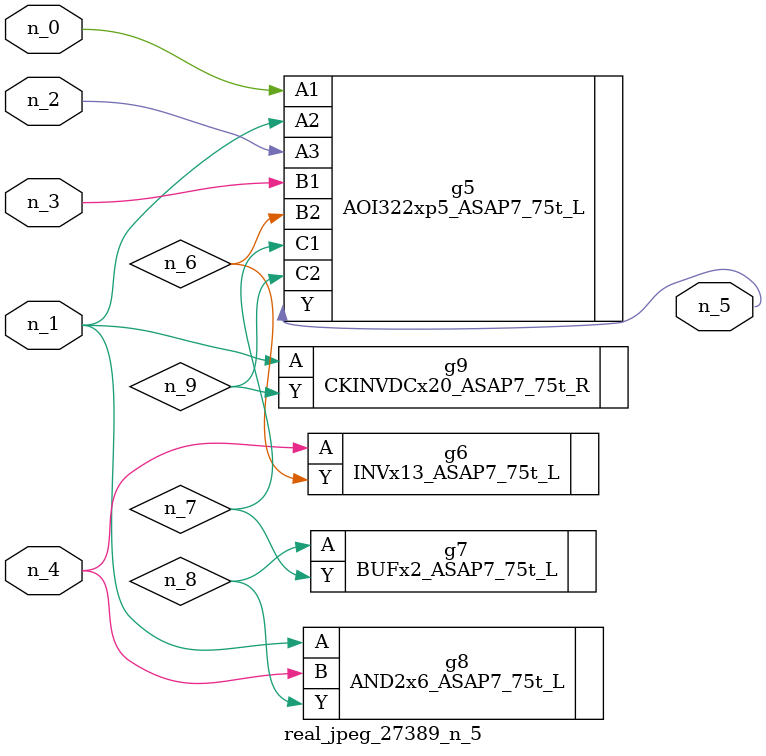
<source format=v>
module real_jpeg_27389_n_5 (n_4, n_0, n_1, n_2, n_3, n_5);

input n_4;
input n_0;
input n_1;
input n_2;
input n_3;

output n_5;

wire n_8;
wire n_6;
wire n_7;
wire n_9;

AOI322xp5_ASAP7_75t_L g5 ( 
.A1(n_0),
.A2(n_1),
.A3(n_2),
.B1(n_3),
.B2(n_6),
.C1(n_7),
.C2(n_9),
.Y(n_5)
);

AND2x6_ASAP7_75t_L g8 ( 
.A(n_1),
.B(n_4),
.Y(n_8)
);

CKINVDCx20_ASAP7_75t_R g9 ( 
.A(n_1),
.Y(n_9)
);

INVx13_ASAP7_75t_L g6 ( 
.A(n_4),
.Y(n_6)
);

BUFx2_ASAP7_75t_L g7 ( 
.A(n_8),
.Y(n_7)
);


endmodule
</source>
